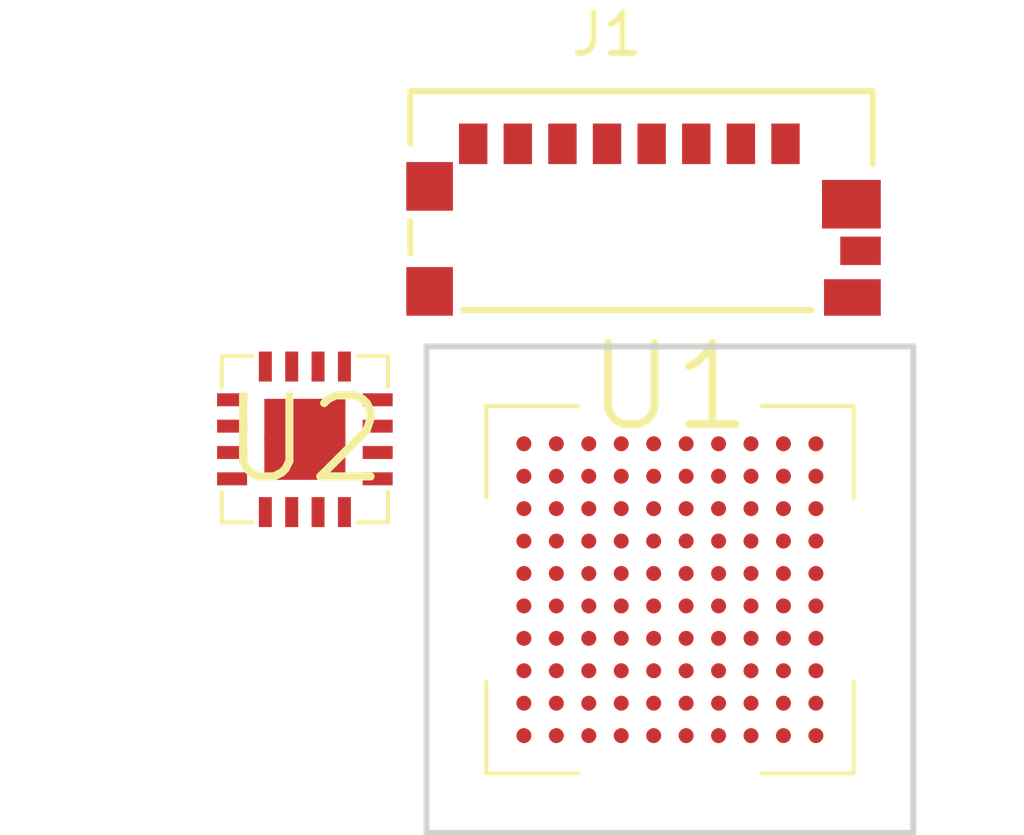
<source format=kicad_pcb>
(kicad_pcb (version 20171130) (host pcbnew "(5.0.1)-3")

  (general
    (thickness 0.8)
    (drawings 4)
    (tracks 0)
    (zones 0)
    (modules 3)
    (nets 115)
  )

  (page A4)
  (layers
    (0 F.Cu signal)
    (1 In1.Cu signal)
    (2 In2.Cu signal)
    (3 In3.Cu signal)
    (4 In4.Cu signal)
    (31 B.Cu signal)
    (32 B.Adhes user)
    (33 F.Adhes user)
    (34 B.Paste user)
    (35 F.Paste user)
    (36 B.SilkS user)
    (37 F.SilkS user)
    (38 B.Mask user)
    (39 F.Mask user)
    (40 Dwgs.User user)
    (41 Cmts.User user)
    (42 Eco1.User user)
    (43 Eco2.User user)
    (44 Edge.Cuts user)
    (45 Margin user)
    (46 B.CrtYd user)
    (47 F.CrtYd user)
    (48 B.Fab user)
    (49 F.Fab user)
  )

  (setup
    (last_trace_width 0.25)
    (user_trace_width 0.0889)
    (user_trace_width 0.1016)
    (user_trace_width 0.127)
    (user_trace_width 0.2032)
    (trace_clearance 0.0889)
    (zone_clearance 0.508)
    (zone_45_only no)
    (trace_min 0.0889)
    (segment_width 0.2)
    (edge_width 0.15)
    (via_size 0.45)
    (via_drill 0.2)
    (via_min_size 0.45)
    (via_min_drill 0.2)
    (user_via 0.45 0.2)
    (uvia_size 0.45)
    (uvia_drill 0.2)
    (uvias_allowed no)
    (uvia_min_size 0.2)
    (uvia_min_drill 0.1)
    (pcb_text_width 0.3)
    (pcb_text_size 1.5 1.5)
    (mod_edge_width 0.15)
    (mod_text_size 1 1)
    (mod_text_width 0.15)
    (pad_size 1.524 1.524)
    (pad_drill 0.762)
    (pad_to_mask_clearance 0.051)
    (solder_mask_min_width 0.25)
    (aux_axis_origin 0 0)
    (grid_origin 124.587 97.1042)
    (visible_elements 7FFFFFFF)
    (pcbplotparams
      (layerselection 0x010fc_ffffffff)
      (usegerberextensions false)
      (usegerberattributes false)
      (usegerberadvancedattributes false)
      (creategerberjobfile false)
      (excludeedgelayer true)
      (linewidth 0.100000)
      (plotframeref false)
      (viasonmask false)
      (mode 1)
      (useauxorigin false)
      (hpglpennumber 1)
      (hpglpenspeed 20)
      (hpglpendiameter 15.000000)
      (psnegative false)
      (psa4output false)
      (plotreference true)
      (plotvalue true)
      (plotinvisibletext false)
      (padsonsilk false)
      (subtractmaskfromsilk false)
      (outputformat 1)
      (mirror false)
      (drillshape 1)
      (scaleselection 1)
      (outputdirectory ""))
  )

  (net 0 "")
  (net 1 /XIN)
  (net 2 /XOUT)
  (net 3 "Net-(U1-PadA3)")
  (net 4 "Net-(U1-PadA4)")
  (net 5 "Net-(U1-PadA5)")
  (net 6 "Net-(U1-PadA6)")
  (net 7 /DAT1)
  (net 8 GND)
  (net 9 /CMD)
  (net 10 "Net-(U1-PadA10)")
  (net 11 "Net-(U1-PadB1)")
  (net 12 "Net-(U1-PadB2)")
  (net 13 /VDDUTMIC)
  (net 14 "Net-(U1-PadB4)")
  (net 15 "Net-(U1-PadB5)")
  (net 16 "Net-(U1-PadB6)")
  (net 17 "Net-(U1-PadB7)")
  (net 18 "Net-(U1-PadB8)")
  (net 19 /SDA)
  (net 20 "Net-(U1-PadB10)")
  (net 21 /IR_Receiver)
  (net 22 +1V8)
  (net 23 +1V2)
  (net 24 /DAT0)
  (net 25 /SCL)
  (net 26 "Net-(U1-PadC9)")
  (net 27 "Net-(U1-PadC10)")
  (net 28 "Net-(U1-PadD1)")
  (net 29 /RED_LED)
  (net 30 "Net-(U1-PadD5)")
  (net 31 /VDDPLL)
  (net 32 "Net-(U1-PadD8)")
  (net 33 "Net-(U1-PadD9)")
  (net 34 "Net-(U1-PadD10)")
  (net 35 "Net-(U1-PadE1)")
  (net 36 "Net-(U1-PadE2)")
  (net 37 "Net-(U1-PadE3)")
  (net 38 "Net-(U1-PadE8)")
  (net 39 /SWDCLK)
  (net 40 "Net-(U1-PadE10)")
  (net 41 "Net-(U1-PadF1)")
  (net 42 "Net-(U1-PadF2)")
  (net 43 "Net-(U1-PadF7)")
  (net 44 "Net-(U1-PadF8)")
  (net 45 /PIODC0)
  (net 46 "Net-(U1-PadF10)")
  (net 47 /SYSCLK)
  (net 48 "Net-(U1-PadG2)")
  (net 49 "Net-(U1-PadG3)")
  (net 50 "Net-(U1-PadG4)")
  (net 51 /PIODC7)
  (net 52 /SWDIO)
  (net 53 "Net-(U1-PadG9)")
  (net 54 "Net-(U1-PadG10)")
  (net 55 "Net-(U1-PadH1)")
  (net 56 "Net-(U1-PadH2)")
  (net 57 "Net-(U1-PadH3)")
  (net 58 "Net-(U1-PadH4)")
  (net 59 "Net-(U1-PadH5)")
  (net 60 /PIODCEN1)
  (net 61 /CLK)
  (net 62 /DAT3)
  (net 63 /PIODC2)
  (net 64 /PIODC1)
  (net 65 /PIODCEN2)
  (net 66 "Net-(U1-PadJ2)")
  (net 67 /PIODCCLK)
  (net 68 "Net-(U1-PadJ4)")
  (net 69 "Net-(U1-PadJ5)")
  (net 70 "Net-(U1-PadJ6)")
  (net 71 "Net-(U1-PadJ7)")
  (net 72 /PIODC5)
  (net 73 /PIODC3)
  (net 74 "Net-(U1-PadJ10)")
  (net 75 "Net-(U1-PadK1)")
  (net 76 "Net-(U1-PadK2)")
  (net 77 "Net-(U1-PadK3)")
  (net 78 "Net-(U1-PadK4)")
  (net 79 "Net-(U1-PadK5)")
  (net 80 "Net-(U1-PadK6)")
  (net 81 "Net-(U1-PadK7)")
  (net 82 /DAT2)
  (net 83 /PIODC4)
  (net 84 /PIODC6)
  (net 85 "Net-(U2-Pad1)")
  (net 86 "Net-(U2-Pad2)")
  (net 87 "Net-(U2-Pad3)")
  (net 88 "Net-(U2-Pad4)")
  (net 89 "Net-(U2-Pad5)")
  (net 90 "Net-(U2-Pad6)")
  (net 91 "Net-(U2-Pad7)")
  (net 92 "Net-(U2-Pad8)")
  (net 93 "Net-(U2-Pad9)")
  (net 94 "Net-(U2-Pad10)")
  (net 95 "Net-(U2-Pad11)")
  (net 96 "Net-(U2-Pad12)")
  (net 97 "Net-(U2-Pad13)")
  (net 98 "Net-(U2-Pad14)")
  (net 99 "Net-(U2-Pad15)")
  (net 100 "Net-(U2-Pad16)")
  (net 101 "Net-(U2-Pad17)")
  (net 102 "Net-(J1-PadG2)")
  (net 103 "Net-(J1-PadG1)")
  (net 104 "Net-(J1-PadP8)")
  (net 105 "Net-(J1-PadP5)")
  (net 106 "Net-(J1-PadP4)")
  (net 107 "Net-(J1-PadP3)")
  (net 108 "Net-(J1-PadP6)")
  (net 109 "Net-(J1-PadP7)")
  (net 110 "Net-(J1-PadP2)")
  (net 111 "Net-(J1-PadP1)")
  (net 112 "Net-(J1-PadG3)")
  (net 113 "Net-(J1-PadG4)")
  (net 114 "Net-(J1-PadG5)")

  (net_class Default "This is the default net class."
    (clearance 0.0889)
    (trace_width 0.25)
    (via_dia 0.45)
    (via_drill 0.2)
    (uvia_dia 0.45)
    (uvia_drill 0.2)
    (add_net +1V2)
    (add_net +1V8)
    (add_net /CLK)
    (add_net /CMD)
    (add_net /DAT0)
    (add_net /DAT1)
    (add_net /DAT2)
    (add_net /DAT3)
    (add_net /IR_Receiver)
    (add_net /PIODC0)
    (add_net /PIODC1)
    (add_net /PIODC2)
    (add_net /PIODC3)
    (add_net /PIODC4)
    (add_net /PIODC5)
    (add_net /PIODC6)
    (add_net /PIODC7)
    (add_net /PIODCCLK)
    (add_net /PIODCEN1)
    (add_net /PIODCEN2)
    (add_net /RED_LED)
    (add_net /SCL)
    (add_net /SDA)
    (add_net /SWDCLK)
    (add_net /SWDIO)
    (add_net /SYSCLK)
    (add_net /VDDPLL)
    (add_net /VDDUTMIC)
    (add_net /XIN)
    (add_net /XOUT)
    (add_net GND)
    (add_net "Net-(J1-PadG1)")
    (add_net "Net-(J1-PadG2)")
    (add_net "Net-(J1-PadG3)")
    (add_net "Net-(J1-PadG4)")
    (add_net "Net-(J1-PadG5)")
    (add_net "Net-(J1-PadP1)")
    (add_net "Net-(J1-PadP2)")
    (add_net "Net-(J1-PadP3)")
    (add_net "Net-(J1-PadP4)")
    (add_net "Net-(J1-PadP5)")
    (add_net "Net-(J1-PadP6)")
    (add_net "Net-(J1-PadP7)")
    (add_net "Net-(J1-PadP8)")
    (add_net "Net-(U1-PadA10)")
    (add_net "Net-(U1-PadA3)")
    (add_net "Net-(U1-PadA4)")
    (add_net "Net-(U1-PadA5)")
    (add_net "Net-(U1-PadA6)")
    (add_net "Net-(U1-PadB1)")
    (add_net "Net-(U1-PadB10)")
    (add_net "Net-(U1-PadB2)")
    (add_net "Net-(U1-PadB4)")
    (add_net "Net-(U1-PadB5)")
    (add_net "Net-(U1-PadB6)")
    (add_net "Net-(U1-PadB7)")
    (add_net "Net-(U1-PadB8)")
    (add_net "Net-(U1-PadC10)")
    (add_net "Net-(U1-PadC9)")
    (add_net "Net-(U1-PadD1)")
    (add_net "Net-(U1-PadD10)")
    (add_net "Net-(U1-PadD5)")
    (add_net "Net-(U1-PadD8)")
    (add_net "Net-(U1-PadD9)")
    (add_net "Net-(U1-PadE1)")
    (add_net "Net-(U1-PadE10)")
    (add_net "Net-(U1-PadE2)")
    (add_net "Net-(U1-PadE3)")
    (add_net "Net-(U1-PadE8)")
    (add_net "Net-(U1-PadF1)")
    (add_net "Net-(U1-PadF10)")
    (add_net "Net-(U1-PadF2)")
    (add_net "Net-(U1-PadF7)")
    (add_net "Net-(U1-PadF8)")
    (add_net "Net-(U1-PadG10)")
    (add_net "Net-(U1-PadG2)")
    (add_net "Net-(U1-PadG3)")
    (add_net "Net-(U1-PadG4)")
    (add_net "Net-(U1-PadG9)")
    (add_net "Net-(U1-PadH1)")
    (add_net "Net-(U1-PadH2)")
    (add_net "Net-(U1-PadH3)")
    (add_net "Net-(U1-PadH4)")
    (add_net "Net-(U1-PadH5)")
    (add_net "Net-(U1-PadJ10)")
    (add_net "Net-(U1-PadJ2)")
    (add_net "Net-(U1-PadJ4)")
    (add_net "Net-(U1-PadJ5)")
    (add_net "Net-(U1-PadJ6)")
    (add_net "Net-(U1-PadJ7)")
    (add_net "Net-(U1-PadK1)")
    (add_net "Net-(U1-PadK2)")
    (add_net "Net-(U1-PadK3)")
    (add_net "Net-(U1-PadK4)")
    (add_net "Net-(U1-PadK5)")
    (add_net "Net-(U1-PadK6)")
    (add_net "Net-(U1-PadK7)")
    (add_net "Net-(U2-Pad1)")
    (add_net "Net-(U2-Pad10)")
    (add_net "Net-(U2-Pad11)")
    (add_net "Net-(U2-Pad12)")
    (add_net "Net-(U2-Pad13)")
    (add_net "Net-(U2-Pad14)")
    (add_net "Net-(U2-Pad15)")
    (add_net "Net-(U2-Pad16)")
    (add_net "Net-(U2-Pad17)")
    (add_net "Net-(U2-Pad2)")
    (add_net "Net-(U2-Pad3)")
    (add_net "Net-(U2-Pad4)")
    (add_net "Net-(U2-Pad5)")
    (add_net "Net-(U2-Pad6)")
    (add_net "Net-(U2-Pad7)")
    (add_net "Net-(U2-Pad8)")
    (add_net "Net-(U2-Pad9)")
  )

  (module .Connector:0475710001 (layer F.Cu) (tedit 5C2467EF) (tstamp 5C24725E)
    (at 123.587 86.1042)
    (path /5C2475D6)
    (fp_text reference J1 (at -0.55 -2.7) (layer F.SilkS)
      (effects (font (size 1 1) (thickness 0.15)))
    )
    (fp_text value 0475710001 (at 0.05 -1.2) (layer F.Fab)
      (effects (font (size 1 1) (thickness 0.15)))
    )
    (fp_line (start 6 -1.3) (end -5.4 -1.3) (layer F.SilkS) (width 0.15))
    (fp_line (start -5.4 -1.3) (end -5.4 0) (layer F.SilkS) (width 0.15))
    (fp_line (start 6 -1.3) (end 6 0.5) (layer F.SilkS) (width 0.15))
    (fp_line (start 4.5 4.1) (end -4.1 4.1) (layer F.SilkS) (width 0.15))
    (fp_line (start -5.4 1.9) (end -5.4 2.7) (layer F.SilkS) (width 0.15))
    (pad G2 smd rect (at -4.925 3.64) (size 1.15 1.2) (layers F.Cu F.Paste F.Mask)
      (net 102 "Net-(J1-PadG2)"))
    (pad G1 smd rect (at -4.925 1.05) (size 1.15 1.2) (layers F.Cu F.Paste F.Mask)
      (net 103 "Net-(J1-PadG1)"))
    (pad P8 smd rect (at -3.85 0) (size 0.7 1) (layers F.Cu F.Paste F.Mask)
      (net 104 "Net-(J1-PadP8)"))
    (pad P5 smd rect (at -0.55 0) (size 0.7 1) (layers F.Cu F.Paste F.Mask)
      (net 105 "Net-(J1-PadP5)"))
    (pad P4 smd rect (at 0.55 0) (size 0.7 1) (layers F.Cu F.Paste F.Mask)
      (net 106 "Net-(J1-PadP4)"))
    (pad P3 smd rect (at 1.65 0) (size 0.7 1) (layers F.Cu F.Paste F.Mask)
      (net 107 "Net-(J1-PadP3)"))
    (pad P6 smd rect (at -1.65 0) (size 0.7 1) (layers F.Cu F.Paste F.Mask)
      (net 108 "Net-(J1-PadP6)"))
    (pad P7 smd rect (at -2.75 0) (size 0.7 1) (layers F.Cu F.Paste F.Mask)
      (net 109 "Net-(J1-PadP7)"))
    (pad P2 smd rect (at 2.75 0) (size 0.7 1) (layers F.Cu F.Paste F.Mask)
      (net 110 "Net-(J1-PadP2)"))
    (pad P1 smd rect (at 3.85 0) (size 0.7 1) (layers F.Cu F.Paste F.Mask)
      (net 111 "Net-(J1-PadP1)"))
    (pad G3 smd rect (at 5.475 1.49) (size 1.45 1.2) (layers F.Cu F.Paste F.Mask)
      (net 112 "Net-(J1-PadG3)"))
    (pad G4 smd rect (at 5.7 2.64) (size 1 0.7) (layers F.Cu F.Paste F.Mask)
      (net 113 "Net-(J1-PadG4)"))
    (pad G5 smd rect (at 5.5 3.79) (size 1.4 0.9) (layers F.Cu F.Paste F.Mask)
      (net 114 "Net-(J1-PadG5)"))
    (model ${KICAD_AHARONI_LAB}/Modules/Connector.pretty/475710001.stp
      (offset (xyz 0 -1.8 0))
      (scale (xyz 1 1 1))
      (rotate (xyz -90 0 180))
    )
  )

  (module .Package_QFN:QFN_17_P65_400X400X80L50X30T210L (layer F.Cu) (tedit 5C207CB1) (tstamp 5C208A52)
    (at 115.587 93.394201)
    (descr "Quad Flat No-Lead (QFN with Tab), 0.65 mm pitch; square, 4 pin X 4 pin, 4.00 mm L X 4.00 mm W X 0.80 mm H body")
    (path /5C219A99)
    (attr smd)
    (fp_text reference U2 (at 0 0) (layer F.Fab)
      (effects (font (size 1 1) (thickness 0.1)))
    )
    (fp_text value MAX13030EETE+ (at 0 0) (layer F.Fab)
      (effects (font (size 1.2 1.2) (thickness 0.12)))
    )
    (fp_text user %R (at 0 0) (layer F.SilkS)
      (effects (font (size 2 2) (thickness 0.2)))
    )
    (fp_line (start -1.125 1.5) (end -0.825 1.5) (layer Dwgs.User) (width 0.025))
    (fp_line (start -0.825 1.5) (end -0.825 2) (layer Dwgs.User) (width 0.025))
    (fp_line (start -0.825 2) (end -1.125 2) (layer Dwgs.User) (width 0.025))
    (fp_line (start -1.125 2) (end -1.125 1.5) (layer Dwgs.User) (width 0.025))
    (fp_line (start -0.475 1.5) (end -0.175 1.5) (layer Dwgs.User) (width 0.025))
    (fp_line (start -0.175 1.5) (end -0.175 2) (layer Dwgs.User) (width 0.025))
    (fp_line (start -0.175 2) (end -0.475 2) (layer Dwgs.User) (width 0.025))
    (fp_line (start -0.475 2) (end -0.475 1.5) (layer Dwgs.User) (width 0.025))
    (fp_line (start 0.175 1.5) (end 0.475 1.5) (layer Dwgs.User) (width 0.025))
    (fp_line (start 0.475 1.5) (end 0.475 2) (layer Dwgs.User) (width 0.025))
    (fp_line (start 0.475 2) (end 0.175 2) (layer Dwgs.User) (width 0.025))
    (fp_line (start 0.175 2) (end 0.175 1.5) (layer Dwgs.User) (width 0.025))
    (fp_line (start 0.825 1.5) (end 1.125 1.5) (layer Dwgs.User) (width 0.025))
    (fp_line (start 1.125 1.5) (end 1.125 2) (layer Dwgs.User) (width 0.025))
    (fp_line (start 1.125 2) (end 0.825 2) (layer Dwgs.User) (width 0.025))
    (fp_line (start 0.825 2) (end 0.825 1.5) (layer Dwgs.User) (width 0.025))
    (fp_line (start 1.5 1.125) (end 1.5 0.825) (layer Dwgs.User) (width 0.025))
    (fp_line (start 1.5 0.825) (end 2 0.825) (layer Dwgs.User) (width 0.025))
    (fp_line (start 2 0.825) (end 2 1.125) (layer Dwgs.User) (width 0.025))
    (fp_line (start 2 1.125) (end 1.5 1.125) (layer Dwgs.User) (width 0.025))
    (fp_line (start 1.5 0.475) (end 1.5 0.175) (layer Dwgs.User) (width 0.025))
    (fp_line (start 1.5 0.175) (end 2 0.175) (layer Dwgs.User) (width 0.025))
    (fp_line (start 2 0.175) (end 2 0.475) (layer Dwgs.User) (width 0.025))
    (fp_line (start 2 0.475) (end 1.5 0.475) (layer Dwgs.User) (width 0.025))
    (fp_line (start 1.5 -0.175) (end 1.5 -0.475) (layer Dwgs.User) (width 0.025))
    (fp_line (start 1.5 -0.475) (end 2 -0.475) (layer Dwgs.User) (width 0.025))
    (fp_line (start 2 -0.475) (end 2 -0.175) (layer Dwgs.User) (width 0.025))
    (fp_line (start 2 -0.175) (end 1.5 -0.175) (layer Dwgs.User) (width 0.025))
    (fp_line (start 1.5 -0.825) (end 1.5 -1.125) (layer Dwgs.User) (width 0.025))
    (fp_line (start 1.5 -1.125) (end 2 -1.125) (layer Dwgs.User) (width 0.025))
    (fp_line (start 2 -1.125) (end 2 -0.825) (layer Dwgs.User) (width 0.025))
    (fp_line (start 2 -0.825) (end 1.5 -0.825) (layer Dwgs.User) (width 0.025))
    (fp_line (start 1.125 -1.5) (end 0.825 -1.5) (layer Dwgs.User) (width 0.025))
    (fp_line (start 0.825 -1.5) (end 0.825 -2) (layer Dwgs.User) (width 0.025))
    (fp_line (start 0.825 -2) (end 1.125 -2) (layer Dwgs.User) (width 0.025))
    (fp_line (start 1.125 -2) (end 1.125 -1.5) (layer Dwgs.User) (width 0.025))
    (fp_line (start 0.475 -1.5) (end 0.175 -1.5) (layer Dwgs.User) (width 0.025))
    (fp_line (start 0.175 -1.5) (end 0.175 -2) (layer Dwgs.User) (width 0.025))
    (fp_line (start 0.175 -2) (end 0.475 -2) (layer Dwgs.User) (width 0.025))
    (fp_line (start 0.475 -2) (end 0.475 -1.5) (layer Dwgs.User) (width 0.025))
    (fp_line (start -0.175 -1.5) (end -0.475 -1.5) (layer Dwgs.User) (width 0.025))
    (fp_line (start -0.475 -1.5) (end -0.475 -2) (layer Dwgs.User) (width 0.025))
    (fp_line (start -0.475 -2) (end -0.175 -2) (layer Dwgs.User) (width 0.025))
    (fp_line (start -0.175 -2) (end -0.175 -1.5) (layer Dwgs.User) (width 0.025))
    (fp_line (start -0.825 -1.5) (end -1.125 -1.5) (layer Dwgs.User) (width 0.025))
    (fp_line (start -1.125 -1.5) (end -1.125 -2) (layer Dwgs.User) (width 0.025))
    (fp_line (start -1.125 -2) (end -0.825 -2) (layer Dwgs.User) (width 0.025))
    (fp_line (start -0.825 -2) (end -0.825 -1.5) (layer Dwgs.User) (width 0.025))
    (fp_line (start -1.5 -1.125) (end -1.5 -0.825) (layer Dwgs.User) (width 0.025))
    (fp_line (start -1.5 -0.825) (end -2 -0.825) (layer Dwgs.User) (width 0.025))
    (fp_line (start -2 -0.825) (end -2 -1.125) (layer Dwgs.User) (width 0.025))
    (fp_line (start -2 -1.125) (end -1.5 -1.125) (layer Dwgs.User) (width 0.025))
    (fp_line (start -1.5 -0.475) (end -1.5 -0.175) (layer Dwgs.User) (width 0.025))
    (fp_line (start -1.5 -0.175) (end -2 -0.175) (layer Dwgs.User) (width 0.025))
    (fp_line (start -2 -0.175) (end -2 -0.475) (layer Dwgs.User) (width 0.025))
    (fp_line (start -2 -0.475) (end -1.5 -0.475) (layer Dwgs.User) (width 0.025))
    (fp_line (start -1.5 0.175) (end -1.5 0.475) (layer Dwgs.User) (width 0.025))
    (fp_line (start -1.5 0.475) (end -2 0.475) (layer Dwgs.User) (width 0.025))
    (fp_line (start -2 0.475) (end -2 0.175) (layer Dwgs.User) (width 0.025))
    (fp_line (start -2 0.175) (end -1.5 0.175) (layer Dwgs.User) (width 0.025))
    (fp_line (start -1.5 0.825) (end -1.5 1.125) (layer Dwgs.User) (width 0.025))
    (fp_line (start -1.5 1.125) (end -2 1.125) (layer Dwgs.User) (width 0.025))
    (fp_line (start -2 1.125) (end -2 0.825) (layer Dwgs.User) (width 0.025))
    (fp_line (start -2 0.825) (end -1.5 0.825) (layer Dwgs.User) (width 0.025))
    (fp_line (start -0.7 1.05) (end 1.05 1.05) (layer Dwgs.User) (width 0.025))
    (fp_line (start 1.05 1.05) (end 1.05 -1.05) (layer Dwgs.User) (width 0.025))
    (fp_line (start 1.05 -1.05) (end -1.05 -1.05) (layer Dwgs.User) (width 0.025))
    (fp_line (start -1.05 -1.05) (end -1.05 0.7) (layer Dwgs.User) (width 0.025))
    (fp_line (start -1.05 0.7) (end -0.7 1.05) (layer Dwgs.User) (width 0.025))
    (fp_line (start -2 2) (end -2 -2) (layer Dwgs.User) (width 0.025))
    (fp_line (start -2 -2) (end 2 -2) (layer Dwgs.User) (width 0.025))
    (fp_line (start 2 -2) (end 2 2) (layer Dwgs.User) (width 0.025))
    (fp_line (start 2 2) (end -2 2) (layer Dwgs.User) (width 0.025))
    (fp_line (start -2.05 2.05) (end -2.05 -2.05) (layer F.Fab) (width 0.12))
    (fp_line (start -2.05 -2.05) (end 2.05 -2.05) (layer F.Fab) (width 0.12))
    (fp_line (start 2.05 -2.05) (end 2.05 2.05) (layer F.Fab) (width 0.12))
    (fp_line (start 2.05 2.05) (end -2.05 2.05) (layer F.Fab) (width 0.12))
    (fp_circle (center 0 0) (end 0 0.25) (layer F.CrtYd) (width 0.05))
    (fp_line (start 0 -0.35) (end 0 0.35) (layer F.CrtYd) (width 0.05))
    (fp_line (start -0.35 0) (end 0.35 0) (layer F.CrtYd) (width 0.05))
    (fp_line (start -1.29 2.05) (end -2.05 2.05) (layer F.SilkS) (width 0.1))
    (fp_line (start -2.05 2.05) (end -2.05 1.29) (layer F.SilkS) (width 0.1))
    (fp_line (start 1.29 2.05) (end 2.05 2.05) (layer F.SilkS) (width 0.1))
    (fp_line (start 2.05 2.05) (end 2.05 1.29) (layer F.SilkS) (width 0.1))
    (fp_line (start 1.29 -2.05) (end 2.05 -2.05) (layer F.SilkS) (width 0.1))
    (fp_line (start 2.05 -2.05) (end 2.05 -1.29) (layer F.SilkS) (width 0.1))
    (fp_line (start -1.29 -2.05) (end -2.05 -2.05) (layer F.SilkS) (width 0.1))
    (fp_line (start -2.05 -2.05) (end -2.05 -1.29) (layer F.SilkS) (width 0.1))
    (fp_line (start 2.15 2.15) (end 2.15 1.235) (layer F.CrtYd) (width 0.05))
    (fp_line (start 2.15 1.235) (end 2.265 1.235) (layer F.CrtYd) (width 0.05))
    (fp_line (start 2.265 1.235) (end 2.265 -1.235) (layer F.CrtYd) (width 0.05))
    (fp_line (start 2.265 -1.235) (end 2.15 -1.235) (layer F.CrtYd) (width 0.05))
    (fp_line (start 2.15 -1.235) (end 2.15 -2.15) (layer F.CrtYd) (width 0.05))
    (fp_line (start 2.15 -2.15) (end 1.235 -2.15) (layer F.CrtYd) (width 0.05))
    (fp_line (start 1.235 -2.15) (end 1.235 -2.265) (layer F.CrtYd) (width 0.05))
    (fp_line (start 1.235 -2.265) (end -1.235 -2.265) (layer F.CrtYd) (width 0.05))
    (fp_line (start -1.235 -2.265) (end -1.235 -2.15) (layer F.CrtYd) (width 0.05))
    (fp_line (start -1.235 -2.15) (end -2.15 -2.15) (layer F.CrtYd) (width 0.05))
    (fp_line (start -2.15 -2.15) (end -2.15 -1.235) (layer F.CrtYd) (width 0.05))
    (fp_line (start -2.15 -1.235) (end -2.265 -1.235) (layer F.CrtYd) (width 0.05))
    (fp_line (start -2.265 -1.235) (end -2.265 1.235) (layer F.CrtYd) (width 0.05))
    (fp_line (start -2.265 1.235) (end -2.15 1.235) (layer F.CrtYd) (width 0.05))
    (fp_line (start -2.15 1.235) (end -2.15 2.15) (layer F.CrtYd) (width 0.05))
    (fp_line (start -2.15 2.15) (end -1.235 2.15) (layer F.CrtYd) (width 0.05))
    (fp_line (start -1.235 2.15) (end -1.235 2.265) (layer F.CrtYd) (width 0.05))
    (fp_line (start -1.235 2.265) (end 1.235 2.265) (layer F.CrtYd) (width 0.05))
    (fp_line (start 1.235 2.265) (end 1.235 2.15) (layer F.CrtYd) (width 0.05))
    (fp_line (start 1.235 2.15) (end 2.15 2.15) (layer F.CrtYd) (width 0.05))
    (pad 1 smd rect (at -0.975 1.795 90) (size 0.74 0.32) (layers F.Cu F.Paste F.Mask)
      (net 85 "Net-(U2-Pad1)"))
    (pad 2 smd rect (at -0.325 1.795 90) (size 0.74 0.32) (layers F.Cu F.Paste F.Mask)
      (net 86 "Net-(U2-Pad2)"))
    (pad 3 smd rect (at 0.325 1.795 90) (size 0.74 0.32) (layers F.Cu F.Paste F.Mask)
      (net 87 "Net-(U2-Pad3)"))
    (pad 4 smd rect (at 0.975 1.795 90) (size 0.74 0.32) (layers F.Cu F.Paste F.Mask)
      (net 88 "Net-(U2-Pad4)"))
    (pad 5 smd rect (at 1.795 0.975) (size 0.74 0.32) (layers F.Cu F.Paste F.Mask)
      (net 89 "Net-(U2-Pad5)"))
    (pad 6 smd rect (at 1.795 0.325) (size 0.74 0.32) (layers F.Cu F.Paste F.Mask)
      (net 90 "Net-(U2-Pad6)"))
    (pad 7 smd rect (at 1.795 -0.325) (size 0.74 0.32) (layers F.Cu F.Paste F.Mask)
      (net 91 "Net-(U2-Pad7)"))
    (pad 8 smd rect (at 1.795 -0.975) (size 0.74 0.32) (layers F.Cu F.Paste F.Mask)
      (net 92 "Net-(U2-Pad8)"))
    (pad 9 smd rect (at 0.975 -1.795 90) (size 0.74 0.32) (layers F.Cu F.Paste F.Mask)
      (net 93 "Net-(U2-Pad9)"))
    (pad 10 smd rect (at 0.325 -1.795 90) (size 0.74 0.32) (layers F.Cu F.Paste F.Mask)
      (net 94 "Net-(U2-Pad10)"))
    (pad 11 smd rect (at -0.325 -1.795 90) (size 0.74 0.32) (layers F.Cu F.Paste F.Mask)
      (net 95 "Net-(U2-Pad11)"))
    (pad 12 smd rect (at -0.975 -1.795 90) (size 0.74 0.32) (layers F.Cu F.Paste F.Mask)
      (net 96 "Net-(U2-Pad12)"))
    (pad 13 smd rect (at -1.795 -0.975) (size 0.74 0.32) (layers F.Cu F.Paste F.Mask)
      (net 97 "Net-(U2-Pad13)"))
    (pad 14 smd rect (at -1.795 -0.325) (size 0.74 0.32) (layers F.Cu F.Paste F.Mask)
      (net 98 "Net-(U2-Pad14)"))
    (pad 15 smd rect (at -1.795 0.325) (size 0.74 0.32) (layers F.Cu F.Paste F.Mask)
      (net 99 "Net-(U2-Pad15)"))
    (pad 16 smd rect (at -1.795 0.975) (size 0.74 0.32) (layers F.Cu F.Paste F.Mask)
      (net 100 "Net-(U2-Pad16)"))
    (pad 17 smd rect (at 0.475 0.475) (size 1.05 1.05) (layers F.Cu F.Paste F.Mask)
      (net 101 "Net-(U2-Pad17)") (solder_paste_margin_ratio -0.3))
    (pad 17 smd rect (at 0.475 -0.475) (size 1.05 1.05) (layers F.Cu F.Paste F.Mask)
      (net 101 "Net-(U2-Pad17)") (solder_paste_margin_ratio -0.3))
    (pad 17 smd rect (at -0.475 0.475) (size 1.05 1.05) (layers F.Cu F.Paste F.Mask)
      (net 101 "Net-(U2-Pad17)") (solder_paste_margin_ratio -0.3))
    (pad 17 smd rect (at -0.475 -0.475) (size 1.05 1.05) (layers F.Cu F.Paste F.Mask)
      (net 101 "Net-(U2-Pad17)") (solder_paste_margin_ratio -0.3))
    (pad "" smd rect (at 0.475 0.475 90) (size 0.74 0.74) (layers F.Paste))
    (pad "" smd rect (at 0.475 -0.475 90) (size 0.74 0.74) (layers F.Paste))
    (pad "" smd rect (at -0.475 0.475 90) (size 0.74 0.74) (layers F.Paste))
    (pad "" smd rect (at -0.475 -0.475 90) (size 0.74 0.74) (layers F.Paste))
    (model ${KICAD_AHARONI_LAB}/Modules/Package_QFN.pretty/QFN_17_P65_400X400X80L50X30T210L.STEP
      (at (xyz 0 0 0))
      (scale (xyz 1 1 1))
      (rotate (xyz -90 0 0))
    )
  )

  (module .Package_BGA:BGA_100_CP80_10X10_900X900X110B40L (layer F.Cu) (tedit 5C20662E) (tstamp 5C207398)
    (at 124.587 97.1042)
    (descr "Ball Grid Array (BGA), 0.80 mm pitch, square; 100 pin, 9.00 mm L X 9.00 mm W X 1.10 mm H body")
    (path /5C20D134)
    (attr smd)
    (fp_text reference U1 (at 0 0) (layer F.Fab)
      (effects (font (size 1 1) (thickness 0.1)))
    )
    (fp_text value ATSAME70N21A-CN (at 0 0) (layer F.Fab)
      (effects (font (size 1.2 1.2) (thickness 0.12)))
    )
    (fp_text user %R (at 0 -5) (layer F.SilkS)
      (effects (font (size 2 2) (thickness 0.2)))
    )
    (fp_circle (center -3.6 -3.6) (end -3.6 -3.4) (layer Dwgs.User) (width 0.025))
    (fp_circle (center -2.8 -3.6) (end -2.8 -3.4) (layer Dwgs.User) (width 0.025))
    (fp_circle (center -2 -3.6) (end -2 -3.4) (layer Dwgs.User) (width 0.025))
    (fp_circle (center -1.2 -3.6) (end -1.2 -3.4) (layer Dwgs.User) (width 0.025))
    (fp_circle (center -0.4 -3.6) (end -0.4 -3.4) (layer Dwgs.User) (width 0.025))
    (fp_circle (center 0.4 -3.6) (end 0.4 -3.4) (layer Dwgs.User) (width 0.025))
    (fp_circle (center 1.2 -3.6) (end 1.2 -3.4) (layer Dwgs.User) (width 0.025))
    (fp_circle (center 2 -3.6) (end 2 -3.4) (layer Dwgs.User) (width 0.025))
    (fp_circle (center 2.8 -3.6) (end 2.8 -3.4) (layer Dwgs.User) (width 0.025))
    (fp_circle (center 3.6 -3.6) (end 3.6 -3.4) (layer Dwgs.User) (width 0.025))
    (fp_circle (center -3.6 -2.8) (end -3.6 -2.6) (layer Dwgs.User) (width 0.025))
    (fp_circle (center -2.8 -2.8) (end -2.8 -2.6) (layer Dwgs.User) (width 0.025))
    (fp_circle (center -2 -2.8) (end -2 -2.6) (layer Dwgs.User) (width 0.025))
    (fp_circle (center -1.2 -2.8) (end -1.2 -2.6) (layer Dwgs.User) (width 0.025))
    (fp_circle (center -0.4 -2.8) (end -0.4 -2.6) (layer Dwgs.User) (width 0.025))
    (fp_circle (center 0.4 -2.8) (end 0.4 -2.6) (layer Dwgs.User) (width 0.025))
    (fp_circle (center 1.2 -2.8) (end 1.2 -2.6) (layer Dwgs.User) (width 0.025))
    (fp_circle (center 2 -2.8) (end 2 -2.6) (layer Dwgs.User) (width 0.025))
    (fp_circle (center 2.8 -2.8) (end 2.8 -2.6) (layer Dwgs.User) (width 0.025))
    (fp_circle (center 3.6 -2.8) (end 3.6 -2.6) (layer Dwgs.User) (width 0.025))
    (fp_circle (center -3.6 -2) (end -3.6 -1.8) (layer Dwgs.User) (width 0.025))
    (fp_circle (center -2.8 -2) (end -2.8 -1.8) (layer Dwgs.User) (width 0.025))
    (fp_circle (center -2 -2) (end -2 -1.8) (layer Dwgs.User) (width 0.025))
    (fp_circle (center -1.2 -2) (end -1.2 -1.8) (layer Dwgs.User) (width 0.025))
    (fp_circle (center -0.4 -2) (end -0.4 -1.8) (layer Dwgs.User) (width 0.025))
    (fp_circle (center 0.4 -2) (end 0.4 -1.8) (layer Dwgs.User) (width 0.025))
    (fp_circle (center 1.2 -2) (end 1.2 -1.8) (layer Dwgs.User) (width 0.025))
    (fp_circle (center 2 -2) (end 2 -1.8) (layer Dwgs.User) (width 0.025))
    (fp_circle (center 2.8 -2) (end 2.8 -1.8) (layer Dwgs.User) (width 0.025))
    (fp_circle (center 3.6 -2) (end 3.6 -1.8) (layer Dwgs.User) (width 0.025))
    (fp_circle (center -3.6 -1.2) (end -3.6 -1) (layer Dwgs.User) (width 0.025))
    (fp_circle (center -2.8 -1.2) (end -2.8 -1) (layer Dwgs.User) (width 0.025))
    (fp_circle (center -2 -1.2) (end -2 -1) (layer Dwgs.User) (width 0.025))
    (fp_circle (center -1.2 -1.2) (end -1.2 -1) (layer Dwgs.User) (width 0.025))
    (fp_circle (center -0.4 -1.2) (end -0.4 -1) (layer Dwgs.User) (width 0.025))
    (fp_circle (center 0.4 -1.2) (end 0.4 -1) (layer Dwgs.User) (width 0.025))
    (fp_circle (center 1.2 -1.2) (end 1.2 -1) (layer Dwgs.User) (width 0.025))
    (fp_circle (center 2 -1.2) (end 2 -1) (layer Dwgs.User) (width 0.025))
    (fp_circle (center 2.8 -1.2) (end 2.8 -1) (layer Dwgs.User) (width 0.025))
    (fp_circle (center 3.6 -1.2) (end 3.6 -1) (layer Dwgs.User) (width 0.025))
    (fp_circle (center -3.6 -0.4) (end -3.6 -0.2) (layer Dwgs.User) (width 0.025))
    (fp_circle (center -2.8 -0.4) (end -2.8 -0.2) (layer Dwgs.User) (width 0.025))
    (fp_circle (center -2 -0.4) (end -2 -0.2) (layer Dwgs.User) (width 0.025))
    (fp_circle (center -1.2 -0.4) (end -1.2 -0.2) (layer Dwgs.User) (width 0.025))
    (fp_circle (center -0.4 -0.4) (end -0.4 -0.2) (layer Dwgs.User) (width 0.025))
    (fp_circle (center 0.4 -0.4) (end 0.4 -0.2) (layer Dwgs.User) (width 0.025))
    (fp_circle (center 1.2 -0.4) (end 1.2 -0.2) (layer Dwgs.User) (width 0.025))
    (fp_circle (center 2 -0.4) (end 2 -0.2) (layer Dwgs.User) (width 0.025))
    (fp_circle (center 2.8 -0.4) (end 2.8 -0.2) (layer Dwgs.User) (width 0.025))
    (fp_circle (center 3.6 -0.4) (end 3.6 -0.2) (layer Dwgs.User) (width 0.025))
    (fp_circle (center -3.6 0.4) (end -3.6 0.6) (layer Dwgs.User) (width 0.025))
    (fp_circle (center -2.8 0.4) (end -2.8 0.6) (layer Dwgs.User) (width 0.025))
    (fp_circle (center -2 0.4) (end -2 0.6) (layer Dwgs.User) (width 0.025))
    (fp_circle (center -1.2 0.4) (end -1.2 0.6) (layer Dwgs.User) (width 0.025))
    (fp_circle (center -0.4 0.4) (end -0.4 0.6) (layer Dwgs.User) (width 0.025))
    (fp_circle (center 0.4 0.4) (end 0.4 0.6) (layer Dwgs.User) (width 0.025))
    (fp_circle (center 1.2 0.4) (end 1.2 0.6) (layer Dwgs.User) (width 0.025))
    (fp_circle (center 2 0.4) (end 2 0.6) (layer Dwgs.User) (width 0.025))
    (fp_circle (center 2.8 0.4) (end 2.8 0.6) (layer Dwgs.User) (width 0.025))
    (fp_circle (center 3.6 0.4) (end 3.6 0.6) (layer Dwgs.User) (width 0.025))
    (fp_circle (center -3.6 1.2) (end -3.6 1.4) (layer Dwgs.User) (width 0.025))
    (fp_circle (center -2.8 1.2) (end -2.8 1.4) (layer Dwgs.User) (width 0.025))
    (fp_circle (center -2 1.2) (end -2 1.4) (layer Dwgs.User) (width 0.025))
    (fp_circle (center -1.2 1.2) (end -1.2 1.4) (layer Dwgs.User) (width 0.025))
    (fp_circle (center -0.4 1.2) (end -0.4 1.4) (layer Dwgs.User) (width 0.025))
    (fp_circle (center 0.4 1.2) (end 0.4 1.4) (layer Dwgs.User) (width 0.025))
    (fp_circle (center 1.2 1.2) (end 1.2 1.4) (layer Dwgs.User) (width 0.025))
    (fp_circle (center 2 1.2) (end 2 1.4) (layer Dwgs.User) (width 0.025))
    (fp_circle (center 2.8 1.2) (end 2.8 1.4) (layer Dwgs.User) (width 0.025))
    (fp_circle (center 3.6 1.2) (end 3.6 1.4) (layer Dwgs.User) (width 0.025))
    (fp_circle (center -3.6 2) (end -3.6 2.2) (layer Dwgs.User) (width 0.025))
    (fp_circle (center -2.8 2) (end -2.8 2.2) (layer Dwgs.User) (width 0.025))
    (fp_circle (center -2 2) (end -2 2.2) (layer Dwgs.User) (width 0.025))
    (fp_circle (center -1.2 2) (end -1.2 2.2) (layer Dwgs.User) (width 0.025))
    (fp_circle (center -0.4 2) (end -0.4 2.2) (layer Dwgs.User) (width 0.025))
    (fp_circle (center 0.4 2) (end 0.4 2.2) (layer Dwgs.User) (width 0.025))
    (fp_circle (center 1.2 2) (end 1.2 2.2) (layer Dwgs.User) (width 0.025))
    (fp_circle (center 2 2) (end 2 2.2) (layer Dwgs.User) (width 0.025))
    (fp_circle (center 2.8 2) (end 2.8 2.2) (layer Dwgs.User) (width 0.025))
    (fp_circle (center 3.6 2) (end 3.6 2.2) (layer Dwgs.User) (width 0.025))
    (fp_circle (center -3.6 2.8) (end -3.6 3) (layer Dwgs.User) (width 0.025))
    (fp_circle (center -2.8 2.8) (end -2.8 3) (layer Dwgs.User) (width 0.025))
    (fp_circle (center -2 2.8) (end -2 3) (layer Dwgs.User) (width 0.025))
    (fp_circle (center -1.2 2.8) (end -1.2 3) (layer Dwgs.User) (width 0.025))
    (fp_circle (center -0.4 2.8) (end -0.4 3) (layer Dwgs.User) (width 0.025))
    (fp_circle (center 0.4 2.8) (end 0.4 3) (layer Dwgs.User) (width 0.025))
    (fp_circle (center 1.2 2.8) (end 1.2 3) (layer Dwgs.User) (width 0.025))
    (fp_circle (center 2 2.8) (end 2 3) (layer Dwgs.User) (width 0.025))
    (fp_circle (center 2.8 2.8) (end 2.8 3) (layer Dwgs.User) (width 0.025))
    (fp_circle (center 3.6 2.8) (end 3.6 3) (layer Dwgs.User) (width 0.025))
    (fp_circle (center -3.6 3.6) (end -3.6 3.8) (layer Dwgs.User) (width 0.025))
    (fp_circle (center -2.8 3.6) (end -2.8 3.8) (layer Dwgs.User) (width 0.025))
    (fp_circle (center -2 3.6) (end -2 3.8) (layer Dwgs.User) (width 0.025))
    (fp_circle (center -1.2 3.6) (end -1.2 3.8) (layer Dwgs.User) (width 0.025))
    (fp_circle (center -0.4 3.6) (end -0.4 3.8) (layer Dwgs.User) (width 0.025))
    (fp_circle (center 0.4 3.6) (end 0.4 3.8) (layer Dwgs.User) (width 0.025))
    (fp_circle (center 1.2 3.6) (end 1.2 3.8) (layer Dwgs.User) (width 0.025))
    (fp_circle (center 2 3.6) (end 2 3.8) (layer Dwgs.User) (width 0.025))
    (fp_circle (center 2.8 3.6) (end 2.8 3.8) (layer Dwgs.User) (width 0.025))
    (fp_circle (center 3.6 3.6) (end 3.6 3.8) (layer Dwgs.User) (width 0.025))
    (fp_line (start -5.05 5.05) (end -5.05 -5.05) (layer F.CrtYd) (width 0.05))
    (fp_line (start -5.05 -5.05) (end 5.05 -5.05) (layer F.CrtYd) (width 0.05))
    (fp_line (start 5.05 -5.05) (end 5.05 5.05) (layer F.CrtYd) (width 0.05))
    (fp_line (start 5.05 5.05) (end -5.05 5.05) (layer F.CrtYd) (width 0.05))
    (fp_circle (center 0 0) (end 0 0.25) (layer F.CrtYd) (width 0.05))
    (fp_line (start 0.35 0) (end -0.35 0) (layer F.CrtYd) (width 0.05))
    (fp_line (start 0 -0.35) (end 0 0.35) (layer F.CrtYd) (width 0.05))
    (fp_line (start -4.5 4.5) (end -4.5 -4.5) (layer Dwgs.User) (width 0.025))
    (fp_line (start -4.5 -4.5) (end 4.5 -4.5) (layer Dwgs.User) (width 0.025))
    (fp_line (start 4.5 -4.5) (end 4.5 4.5) (layer Dwgs.User) (width 0.025))
    (fp_line (start 4.5 4.5) (end -4.5 4.5) (layer Dwgs.User) (width 0.025))
    (fp_line (start -4.53 4.53) (end -4.53 -4.53) (layer F.Fab) (width 0.12))
    (fp_line (start -4.53 -4.53) (end 4.53 -4.53) (layer F.Fab) (width 0.12))
    (fp_line (start 4.53 -4.53) (end 4.53 4.53) (layer F.Fab) (width 0.12))
    (fp_line (start 4.53 4.53) (end -4.53 4.53) (layer F.Fab) (width 0.12))
    (fp_line (start -4.53 -2.265) (end -4.53 -4.53) (layer F.SilkS) (width 0.1))
    (fp_line (start -4.53 -4.53) (end -2.265 -4.53) (layer F.SilkS) (width 0.1))
    (fp_line (start -4.53 2.265) (end -4.53 4.53) (layer F.SilkS) (width 0.1))
    (fp_line (start -4.53 4.53) (end -2.265 4.53) (layer F.SilkS) (width 0.1))
    (fp_line (start 4.53 2.265) (end 4.53 4.53) (layer F.SilkS) (width 0.1))
    (fp_line (start 4.53 4.53) (end 2.265 4.53) (layer F.SilkS) (width 0.1))
    (fp_line (start 4.53 -2.265) (end 4.53 -4.53) (layer F.SilkS) (width 0.1))
    (fp_line (start 4.53 -4.53) (end 2.265 -4.53) (layer F.SilkS) (width 0.1))
    (pad A1 smd circle (at -3.6 -3.6) (size 0.37 0.37) (layers F.Cu F.Paste F.Mask)
      (net 1 /XIN))
    (pad A2 smd circle (at -2.8 -3.6) (size 0.37 0.37) (layers F.Cu F.Paste F.Mask)
      (net 2 /XOUT))
    (pad A3 smd circle (at -2 -3.6) (size 0.37 0.37) (layers F.Cu F.Paste F.Mask)
      (net 3 "Net-(U1-PadA3)"))
    (pad A4 smd circle (at -1.2 -3.6) (size 0.37 0.37) (layers F.Cu F.Paste F.Mask)
      (net 4 "Net-(U1-PadA4)"))
    (pad A5 smd circle (at -0.4 -3.6) (size 0.37 0.37) (layers F.Cu F.Paste F.Mask)
      (net 5 "Net-(U1-PadA5)"))
    (pad A6 smd circle (at 0.4 -3.6) (size 0.37 0.37) (layers F.Cu F.Paste F.Mask)
      (net 6 "Net-(U1-PadA6)"))
    (pad A7 smd circle (at 1.2 -3.6) (size 0.37 0.37) (layers F.Cu F.Paste F.Mask)
      (net 7 /DAT1))
    (pad A8 smd circle (at 2 -3.6) (size 0.37 0.37) (layers F.Cu F.Paste F.Mask)
      (net 8 GND))
    (pad A9 smd circle (at 2.8 -3.6) (size 0.37 0.37) (layers F.Cu F.Paste F.Mask)
      (net 9 /CMD))
    (pad A10 smd circle (at 3.6 -3.6) (size 0.37 0.37) (layers F.Cu F.Paste F.Mask)
      (net 10 "Net-(U1-PadA10)"))
    (pad B1 smd circle (at -3.6 -2.8) (size 0.37 0.37) (layers F.Cu F.Paste F.Mask)
      (net 11 "Net-(U1-PadB1)"))
    (pad B2 smd circle (at -2.8 -2.8) (size 0.37 0.37) (layers F.Cu F.Paste F.Mask)
      (net 12 "Net-(U1-PadB2)"))
    (pad B3 smd circle (at -2 -2.8) (size 0.37 0.37) (layers F.Cu F.Paste F.Mask)
      (net 13 /VDDUTMIC))
    (pad B4 smd circle (at -1.2 -2.8) (size 0.37 0.37) (layers F.Cu F.Paste F.Mask)
      (net 14 "Net-(U1-PadB4)"))
    (pad B5 smd circle (at -0.4 -2.8) (size 0.37 0.37) (layers F.Cu F.Paste F.Mask)
      (net 15 "Net-(U1-PadB5)"))
    (pad B6 smd circle (at 0.4 -2.8) (size 0.37 0.37) (layers F.Cu F.Paste F.Mask)
      (net 16 "Net-(U1-PadB6)"))
    (pad B7 smd circle (at 1.2 -2.8) (size 0.37 0.37) (layers F.Cu F.Paste F.Mask)
      (net 17 "Net-(U1-PadB7)"))
    (pad B8 smd circle (at 2 -2.8) (size 0.37 0.37) (layers F.Cu F.Paste F.Mask)
      (net 18 "Net-(U1-PadB8)"))
    (pad B9 smd circle (at 2.8 -2.8) (size 0.37 0.37) (layers F.Cu F.Paste F.Mask)
      (net 19 /SDA))
    (pad B10 smd circle (at 3.6 -2.8) (size 0.37 0.37) (layers F.Cu F.Paste F.Mask)
      (net 20 "Net-(U1-PadB10)"))
    (pad C1 smd circle (at -3.6 -2) (size 0.37 0.37) (layers F.Cu F.Paste F.Mask)
      (net 21 /IR_Receiver))
    (pad C2 smd circle (at -2.8 -2) (size 0.37 0.37) (layers F.Cu F.Paste F.Mask)
      (net 22 +1V8))
    (pad C3 smd circle (at -2 -2) (size 0.37 0.37) (layers F.Cu F.Paste F.Mask)
      (net 23 +1V2))
    (pad C4 smd circle (at -1.2 -2) (size 0.37 0.37) (layers F.Cu F.Paste F.Mask)
      (net 8 GND))
    (pad C5 smd circle (at -0.4 -2) (size 0.37 0.37) (layers F.Cu F.Paste F.Mask)
      (net 22 +1V8))
    (pad C6 smd circle (at 0.4 -2) (size 0.37 0.37) (layers F.Cu F.Paste F.Mask)
      (net 23 +1V2))
    (pad C7 smd circle (at 1.2 -2) (size 0.37 0.37) (layers F.Cu F.Paste F.Mask)
      (net 24 /DAT0))
    (pad C8 smd circle (at 2 -2) (size 0.37 0.37) (layers F.Cu F.Paste F.Mask)
      (net 25 /SCL))
    (pad C9 smd circle (at 2.8 -2) (size 0.37 0.37) (layers F.Cu F.Paste F.Mask)
      (net 26 "Net-(U1-PadC9)"))
    (pad C10 smd circle (at 3.6 -2) (size 0.37 0.37) (layers F.Cu F.Paste F.Mask)
      (net 27 "Net-(U1-PadC10)"))
    (pad D1 smd circle (at -3.6 -1.2) (size 0.37 0.37) (layers F.Cu F.Paste F.Mask)
      (net 28 "Net-(U1-PadD1)"))
    (pad D2 smd circle (at -2.8 -1.2) (size 0.37 0.37) (layers F.Cu F.Paste F.Mask)
      (net 29 /RED_LED))
    (pad D3 smd circle (at -2 -1.2) (size 0.37 0.37) (layers F.Cu F.Paste F.Mask)
      (net 8 GND))
    (pad D4 smd circle (at -1.2 -1.2) (size 0.37 0.37) (layers F.Cu F.Paste F.Mask)
      (net 8 GND))
    (pad D5 smd circle (at -0.4 -1.2) (size 0.37 0.37) (layers F.Cu F.Paste F.Mask)
      (net 30 "Net-(U1-PadD5)"))
    (pad D6 smd circle (at 0.4 -1.2) (size 0.37 0.37) (layers F.Cu F.Paste F.Mask)
      (net 23 +1V2))
    (pad D7 smd circle (at 1.2 -1.2) (size 0.37 0.37) (layers F.Cu F.Paste F.Mask)
      (net 31 /VDDPLL))
    (pad D8 smd circle (at 2 -1.2) (size 0.37 0.37) (layers F.Cu F.Paste F.Mask)
      (net 32 "Net-(U1-PadD8)"))
    (pad D9 smd circle (at 2.8 -1.2) (size 0.37 0.37) (layers F.Cu F.Paste F.Mask)
      (net 33 "Net-(U1-PadD9)"))
    (pad D10 smd circle (at 3.6 -1.2) (size 0.37 0.37) (layers F.Cu F.Paste F.Mask)
      (net 34 "Net-(U1-PadD10)"))
    (pad E1 smd circle (at -3.6 -0.4) (size 0.37 0.37) (layers F.Cu F.Paste F.Mask)
      (net 35 "Net-(U1-PadE1)"))
    (pad E2 smd circle (at -2.8 -0.4) (size 0.37 0.37) (layers F.Cu F.Paste F.Mask)
      (net 36 "Net-(U1-PadE2)"))
    (pad E3 smd circle (at -2 -0.4) (size 0.37 0.37) (layers F.Cu F.Paste F.Mask)
      (net 37 "Net-(U1-PadE3)"))
    (pad E4 smd circle (at -1.2 -0.4) (size 0.37 0.37) (layers F.Cu F.Paste F.Mask)
      (net 8 GND))
    (pad E5 smd circle (at -0.4 -0.4) (size 0.37 0.37) (layers F.Cu F.Paste F.Mask)
      (net 22 +1V8))
    (pad E6 smd circle (at 0.4 -0.4) (size 0.37 0.37) (layers F.Cu F.Paste F.Mask)
      (net 22 +1V8))
    (pad E7 smd circle (at 1.2 -0.4) (size 0.37 0.37) (layers F.Cu F.Paste F.Mask)
      (net 8 GND))
    (pad E8 smd circle (at 2 -0.4) (size 0.37 0.37) (layers F.Cu F.Paste F.Mask)
      (net 38 "Net-(U1-PadE8)"))
    (pad E9 smd circle (at 2.8 -0.4) (size 0.37 0.37) (layers F.Cu F.Paste F.Mask)
      (net 39 /SWDCLK))
    (pad E10 smd circle (at 3.6 -0.4) (size 0.37 0.37) (layers F.Cu F.Paste F.Mask)
      (net 40 "Net-(U1-PadE10)"))
    (pad F1 smd circle (at -3.6 0.4) (size 0.37 0.37) (layers F.Cu F.Paste F.Mask)
      (net 41 "Net-(U1-PadF1)"))
    (pad F2 smd circle (at -2.8 0.4) (size 0.37 0.37) (layers F.Cu F.Paste F.Mask)
      (net 42 "Net-(U1-PadF2)"))
    (pad F3 smd circle (at -2 0.4) (size 0.37 0.37) (layers F.Cu F.Paste F.Mask)
      (net 22 +1V8))
    (pad F4 smd circle (at -1.2 0.4) (size 0.37 0.37) (layers F.Cu F.Paste F.Mask)
      (net 8 GND))
    (pad F5 smd circle (at -0.4 0.4) (size 0.37 0.37) (layers F.Cu F.Paste F.Mask)
      (net 8 GND))
    (pad F6 smd circle (at 0.4 0.4) (size 0.37 0.37) (layers F.Cu F.Paste F.Mask)
      (net 8 GND))
    (pad F7 smd circle (at 1.2 0.4) (size 0.37 0.37) (layers F.Cu F.Paste F.Mask)
      (net 43 "Net-(U1-PadF7)"))
    (pad F8 smd circle (at 2 0.4) (size 0.37 0.37) (layers F.Cu F.Paste F.Mask)
      (net 44 "Net-(U1-PadF8)"))
    (pad F9 smd circle (at 2.8 0.4) (size 0.37 0.37) (layers F.Cu F.Paste F.Mask)
      (net 45 /PIODC0))
    (pad F10 smd circle (at 3.6 0.4) (size 0.37 0.37) (layers F.Cu F.Paste F.Mask)
      (net 46 "Net-(U1-PadF10)"))
    (pad G1 smd circle (at -3.6 1.2) (size 0.37 0.37) (layers F.Cu F.Paste F.Mask)
      (net 47 /SYSCLK))
    (pad G2 smd circle (at -2.8 1.2) (size 0.37 0.37) (layers F.Cu F.Paste F.Mask)
      (net 48 "Net-(U1-PadG2)"))
    (pad G3 smd circle (at -2 1.2) (size 0.37 0.37) (layers F.Cu F.Paste F.Mask)
      (net 49 "Net-(U1-PadG3)"))
    (pad G4 smd circle (at -1.2 1.2) (size 0.37 0.37) (layers F.Cu F.Paste F.Mask)
      (net 50 "Net-(U1-PadG4)"))
    (pad G5 smd circle (at -0.4 1.2) (size 0.37 0.37) (layers F.Cu F.Paste F.Mask)
      (net 51 /PIODC7))
    (pad G6 smd circle (at 0.4 1.2) (size 0.37 0.37) (layers F.Cu F.Paste F.Mask)
      (net 23 +1V2))
    (pad G7 smd circle (at 1.2 1.2) (size 0.37 0.37) (layers F.Cu F.Paste F.Mask)
      (net 22 +1V8))
    (pad G8 smd circle (at 2 1.2) (size 0.37 0.37) (layers F.Cu F.Paste F.Mask)
      (net 52 /SWDIO))
    (pad G9 smd circle (at 2.8 1.2) (size 0.37 0.37) (layers F.Cu F.Paste F.Mask)
      (net 53 "Net-(U1-PadG9)"))
    (pad G10 smd circle (at 3.6 1.2) (size 0.37 0.37) (layers F.Cu F.Paste F.Mask)
      (net 54 "Net-(U1-PadG10)"))
    (pad H1 smd circle (at -3.6 2) (size 0.37 0.37) (layers F.Cu F.Paste F.Mask)
      (net 55 "Net-(U1-PadH1)"))
    (pad H2 smd circle (at -2.8 2) (size 0.37 0.37) (layers F.Cu F.Paste F.Mask)
      (net 56 "Net-(U1-PadH2)"))
    (pad H3 smd circle (at -2 2) (size 0.37 0.37) (layers F.Cu F.Paste F.Mask)
      (net 57 "Net-(U1-PadH3)"))
    (pad H4 smd circle (at -1.2 2) (size 0.37 0.37) (layers F.Cu F.Paste F.Mask)
      (net 58 "Net-(U1-PadH4)"))
    (pad H5 smd circle (at -0.4 2) (size 0.37 0.37) (layers F.Cu F.Paste F.Mask)
      (net 59 "Net-(U1-PadH5)"))
    (pad H6 smd circle (at 0.4 2) (size 0.37 0.37) (layers F.Cu F.Paste F.Mask)
      (net 60 /PIODCEN1))
    (pad H7 smd circle (at 1.2 2) (size 0.37 0.37) (layers F.Cu F.Paste F.Mask)
      (net 61 /CLK))
    (pad H8 smd circle (at 2 2) (size 0.37 0.37) (layers F.Cu F.Paste F.Mask)
      (net 62 /DAT3))
    (pad H9 smd circle (at 2.8 2) (size 0.37 0.37) (layers F.Cu F.Paste F.Mask)
      (net 63 /PIODC2))
    (pad H10 smd circle (at 3.6 2) (size 0.37 0.37) (layers F.Cu F.Paste F.Mask)
      (net 64 /PIODC1))
    (pad J1 smd circle (at -3.6 2.8) (size 0.37 0.37) (layers F.Cu F.Paste F.Mask)
      (net 65 /PIODCEN2))
    (pad J2 smd circle (at -2.8 2.8) (size 0.37 0.37) (layers F.Cu F.Paste F.Mask)
      (net 66 "Net-(U1-PadJ2)"))
    (pad J3 smd circle (at -2 2.8) (size 0.37 0.37) (layers F.Cu F.Paste F.Mask)
      (net 67 /PIODCCLK))
    (pad J4 smd circle (at -1.2 2.8) (size 0.37 0.37) (layers F.Cu F.Paste F.Mask)
      (net 68 "Net-(U1-PadJ4)"))
    (pad J5 smd circle (at -0.4 2.8) (size 0.37 0.37) (layers F.Cu F.Paste F.Mask)
      (net 69 "Net-(U1-PadJ5)"))
    (pad J6 smd circle (at 0.4 2.8) (size 0.37 0.37) (layers F.Cu F.Paste F.Mask)
      (net 70 "Net-(U1-PadJ6)"))
    (pad J7 smd circle (at 1.2 2.8) (size 0.37 0.37) (layers F.Cu F.Paste F.Mask)
      (net 71 "Net-(U1-PadJ7)"))
    (pad J8 smd circle (at 2 2.8) (size 0.37 0.37) (layers F.Cu F.Paste F.Mask)
      (net 72 /PIODC5))
    (pad J9 smd circle (at 2.8 2.8) (size 0.37 0.37) (layers F.Cu F.Paste F.Mask)
      (net 73 /PIODC3))
    (pad J10 smd circle (at 3.6 2.8) (size 0.37 0.37) (layers F.Cu F.Paste F.Mask)
      (net 74 "Net-(U1-PadJ10)"))
    (pad K1 smd circle (at -3.6 3.6) (size 0.37 0.37) (layers F.Cu F.Paste F.Mask)
      (net 75 "Net-(U1-PadK1)"))
    (pad K2 smd circle (at -2.8 3.6) (size 0.37 0.37) (layers F.Cu F.Paste F.Mask)
      (net 76 "Net-(U1-PadK2)"))
    (pad K3 smd circle (at -2 3.6) (size 0.37 0.37) (layers F.Cu F.Paste F.Mask)
      (net 77 "Net-(U1-PadK3)"))
    (pad K4 smd circle (at -1.2 3.6) (size 0.37 0.37) (layers F.Cu F.Paste F.Mask)
      (net 78 "Net-(U1-PadK4)"))
    (pad K5 smd circle (at -0.4 3.6) (size 0.37 0.37) (layers F.Cu F.Paste F.Mask)
      (net 79 "Net-(U1-PadK5)"))
    (pad K6 smd circle (at 0.4 3.6) (size 0.37 0.37) (layers F.Cu F.Paste F.Mask)
      (net 80 "Net-(U1-PadK6)"))
    (pad K7 smd circle (at 1.2 3.6) (size 0.37 0.37) (layers F.Cu F.Paste F.Mask)
      (net 81 "Net-(U1-PadK7)"))
    (pad K8 smd circle (at 2 3.6) (size 0.37 0.37) (layers F.Cu F.Paste F.Mask)
      (net 82 /DAT2))
    (pad K9 smd circle (at 2.8 3.6) (size 0.37 0.37) (layers F.Cu F.Paste F.Mask)
      (net 83 /PIODC4))
    (pad K10 smd circle (at 3.6 3.6) (size 0.37 0.37) (layers F.Cu F.Paste F.Mask)
      (net 84 /PIODC6))
    (model ${KICAD_AHARONI_LAB}/Modules/Package_BGA.pretty/BGA_100_CP80_10X10_900X900X110B40L.STEP
      (at (xyz 0 0 0))
      (scale (xyz 1 1 1))
      (rotate (xyz -90 0 0))
    )
  )

  (gr_line (start 130.587 91.1042) (end 118.587 91.1042) (layer Edge.Cuts) (width 0.15))
  (gr_line (start 130.587 103.1042) (end 130.587 91.1042) (layer Edge.Cuts) (width 0.15))
  (gr_line (start 118.587 103.1042) (end 130.587 103.1042) (layer Edge.Cuts) (width 0.15))
  (gr_line (start 118.587 91.1042) (end 118.587 103.1042) (layer Edge.Cuts) (width 0.15))

)

</source>
